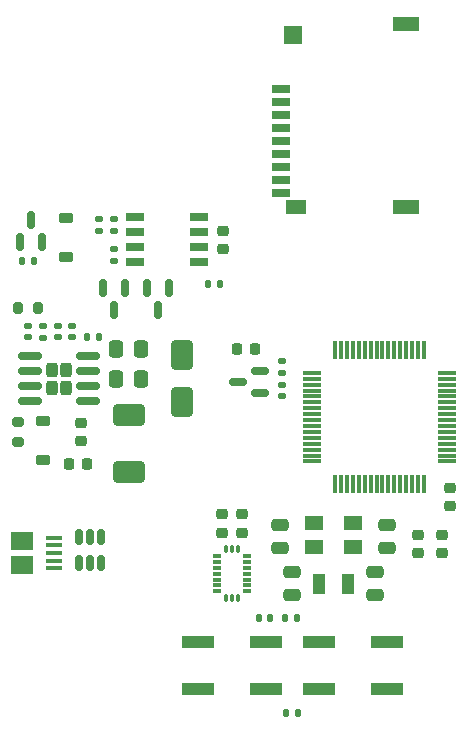
<source format=gbr>
%TF.GenerationSoftware,KiCad,Pcbnew,7.0.2*%
%TF.CreationDate,2023-04-27T13:29:06+10:00*%
%TF.ProjectId,neptune,6e657074-756e-4652-9e6b-696361645f70,rev?*%
%TF.SameCoordinates,Original*%
%TF.FileFunction,Paste,Top*%
%TF.FilePolarity,Positive*%
%FSLAX46Y46*%
G04 Gerber Fmt 4.6, Leading zero omitted, Abs format (unit mm)*
G04 Created by KiCad (PCBNEW 7.0.2) date 2023-04-27 13:29:06*
%MOMM*%
%LPD*%
G01*
G04 APERTURE LIST*
G04 Aperture macros list*
%AMRoundRect*
0 Rectangle with rounded corners*
0 $1 Rounding radius*
0 $2 $3 $4 $5 $6 $7 $8 $9 X,Y pos of 4 corners*
0 Add a 4 corners polygon primitive as box body*
4,1,4,$2,$3,$4,$5,$6,$7,$8,$9,$2,$3,0*
0 Add four circle primitives for the rounded corners*
1,1,$1+$1,$2,$3*
1,1,$1+$1,$4,$5*
1,1,$1+$1,$6,$7*
1,1,$1+$1,$8,$9*
0 Add four rect primitives between the rounded corners*
20,1,$1+$1,$2,$3,$4,$5,0*
20,1,$1+$1,$4,$5,$6,$7,0*
20,1,$1+$1,$6,$7,$8,$9,0*
20,1,$1+$1,$8,$9,$2,$3,0*%
G04 Aperture macros list end*
%ADD10R,1.600000X1.300000*%
%ADD11RoundRect,0.135000X-0.185000X0.135000X-0.185000X-0.135000X0.185000X-0.135000X0.185000X0.135000X0*%
%ADD12RoundRect,0.250000X-0.475000X0.250000X-0.475000X-0.250000X0.475000X-0.250000X0.475000X0.250000X0*%
%ADD13RoundRect,0.140000X-0.170000X0.140000X-0.170000X-0.140000X0.170000X-0.140000X0.170000X0.140000X0*%
%ADD14RoundRect,0.150000X-0.150000X0.587500X-0.150000X-0.587500X0.150000X-0.587500X0.150000X0.587500X0*%
%ADD15RoundRect,0.135000X-0.135000X-0.185000X0.135000X-0.185000X0.135000X0.185000X-0.135000X0.185000X0*%
%ADD16RoundRect,0.200000X0.200000X0.275000X-0.200000X0.275000X-0.200000X-0.275000X0.200000X-0.275000X0*%
%ADD17RoundRect,0.140000X0.170000X-0.140000X0.170000X0.140000X-0.170000X0.140000X-0.170000X-0.140000X0*%
%ADD18RoundRect,0.225000X-0.225000X-0.250000X0.225000X-0.250000X0.225000X0.250000X-0.225000X0.250000X0*%
%ADD19RoundRect,0.140000X0.140000X0.170000X-0.140000X0.170000X-0.140000X-0.170000X0.140000X-0.170000X0*%
%ADD20RoundRect,0.225000X-0.250000X0.225000X-0.250000X-0.225000X0.250000X-0.225000X0.250000X0.225000X0*%
%ADD21RoundRect,0.225000X-0.375000X0.225000X-0.375000X-0.225000X0.375000X-0.225000X0.375000X0.225000X0*%
%ADD22RoundRect,0.135000X0.185000X-0.135000X0.185000X0.135000X-0.185000X0.135000X-0.185000X-0.135000X0*%
%ADD23R,1.600000X0.700000*%
%ADD24R,1.500000X1.600000*%
%ADD25R,2.200000X1.200000*%
%ADD26R,1.800000X1.200000*%
%ADD27RoundRect,0.150000X0.587500X0.150000X-0.587500X0.150000X-0.587500X-0.150000X0.587500X-0.150000X0*%
%ADD28RoundRect,0.476250X-0.918750X0.476250X-0.918750X-0.476250X0.918750X-0.476250X0.918750X0.476250X0*%
%ADD29RoundRect,0.150000X0.150000X-0.587500X0.150000X0.587500X-0.150000X0.587500X-0.150000X-0.587500X0*%
%ADD30RoundRect,0.240000X0.240000X0.385000X-0.240000X0.385000X-0.240000X-0.385000X0.240000X-0.385000X0*%
%ADD31RoundRect,0.150000X0.825000X0.150000X-0.825000X0.150000X-0.825000X-0.150000X0.825000X-0.150000X0*%
%ADD32RoundRect,0.225000X0.250000X-0.225000X0.250000X0.225000X-0.250000X0.225000X-0.250000X-0.225000X0*%
%ADD33RoundRect,0.200000X-0.275000X0.200000X-0.275000X-0.200000X0.275000X-0.200000X0.275000X0.200000X0*%
%ADD34R,1.350000X0.400000*%
%ADD35R,1.900000X1.500000*%
%ADD36RoundRect,0.250000X-0.337500X-0.475000X0.337500X-0.475000X0.337500X0.475000X-0.337500X0.475000X0*%
%ADD37RoundRect,0.150000X0.150000X-0.512500X0.150000X0.512500X-0.150000X0.512500X-0.150000X-0.512500X0*%
%ADD38RoundRect,0.075000X-0.700000X-0.075000X0.700000X-0.075000X0.700000X0.075000X-0.700000X0.075000X0*%
%ADD39RoundRect,0.075000X-0.075000X-0.700000X0.075000X-0.700000X0.075000X0.700000X-0.075000X0.700000X0*%
%ADD40R,2.800000X1.000000*%
%ADD41RoundRect,0.250000X0.650000X-1.000000X0.650000X1.000000X-0.650000X1.000000X-0.650000X-1.000000X0*%
%ADD42R,1.525000X0.700000*%
%ADD43R,1.000000X1.800000*%
%ADD44RoundRect,0.005000X-0.332500X-0.120000X0.332500X-0.120000X0.332500X0.120000X-0.332500X0.120000X0*%
%ADD45RoundRect,0.005000X0.120000X-0.270000X0.120000X0.270000X-0.120000X0.270000X-0.120000X-0.270000X0*%
G04 APERTURE END LIST*
D10*
%TO.C,Y2*%
X117200000Y-110000000D03*
X120500000Y-110000000D03*
X120500000Y-108000000D03*
X117200000Y-108000000D03*
%TD*%
D11*
%TO.C,R4*%
X100250000Y-82240000D03*
X100250000Y-83260000D03*
%TD*%
D12*
%TO.C,C3*%
X123350000Y-108150000D03*
X123350000Y-110050000D03*
%TD*%
D13*
%TO.C,C16*%
X114475000Y-96270000D03*
X114475000Y-97230000D03*
%TD*%
D14*
%TO.C,U1*%
X104950000Y-88062500D03*
X103050000Y-88062500D03*
X104000000Y-89937500D03*
%TD*%
D15*
%TO.C,R10*%
X114840000Y-124025000D03*
X115860000Y-124025000D03*
%TD*%
D16*
%TO.C,R9*%
X93825000Y-89750000D03*
X92175000Y-89750000D03*
%TD*%
D17*
%TO.C,C15*%
X96750000Y-92230000D03*
X96750000Y-91270000D03*
%TD*%
D12*
%TO.C,C21*%
X114350000Y-108150000D03*
X114350000Y-110050000D03*
%TD*%
D18*
%TO.C,C19*%
X96475000Y-103000000D03*
X98025000Y-103000000D03*
%TD*%
D15*
%TO.C,R11*%
X114740000Y-116000000D03*
X115760000Y-116000000D03*
%TD*%
D19*
%TO.C,C20*%
X113480000Y-116000000D03*
X112520000Y-116000000D03*
%TD*%
D20*
%TO.C,C7*%
X109500000Y-83225000D03*
X109500000Y-84775000D03*
%TD*%
D21*
%TO.C,D3*%
X94250000Y-99350000D03*
X94250000Y-102650000D03*
%TD*%
D22*
%TO.C,R7*%
X94250000Y-92260000D03*
X94250000Y-91240000D03*
%TD*%
D23*
%TO.C,J1*%
X114400000Y-71225000D03*
X114400000Y-72325000D03*
X114400000Y-73425000D03*
X114400000Y-74525000D03*
X114400000Y-75625000D03*
X114400000Y-76725000D03*
X114400000Y-77825000D03*
X114400000Y-78925000D03*
X114400000Y-80025000D03*
D24*
X115450000Y-66625000D03*
D25*
X125000000Y-65725000D03*
X125000000Y-81225000D03*
D26*
X115700000Y-81225000D03*
%TD*%
D20*
%TO.C,C4*%
X128010000Y-108975000D03*
X128010000Y-110525000D03*
%TD*%
D27*
%TO.C,U4*%
X112662500Y-96950000D03*
X112662500Y-95050000D03*
X110787500Y-96000000D03*
%TD*%
D28*
%TO.C,L1*%
X101500000Y-98824500D03*
X101500000Y-103675500D03*
%TD*%
D22*
%TO.C,R3*%
X99000000Y-83260000D03*
X99000000Y-82240000D03*
%TD*%
D18*
%TO.C,C6*%
X110700000Y-93250000D03*
X112250000Y-93250000D03*
%TD*%
D29*
%TO.C,Q1*%
X92300000Y-84187500D03*
X94200000Y-84187500D03*
X93250000Y-82312500D03*
%TD*%
D30*
%TO.C,U3*%
X96170000Y-96500000D03*
X96170000Y-95000000D03*
X95030000Y-96500000D03*
X95030000Y-95000000D03*
D31*
X98075000Y-97655000D03*
X98075000Y-96385000D03*
X98075000Y-95115000D03*
X98075000Y-93845000D03*
X93125000Y-93845000D03*
X93125000Y-95115000D03*
X93125000Y-96385000D03*
X93125000Y-97655000D03*
%TD*%
D32*
%TO.C,C8*%
X97500000Y-101025000D03*
X97500000Y-99475000D03*
%TD*%
D13*
%TO.C,C18*%
X95500000Y-91270000D03*
X95500000Y-92230000D03*
%TD*%
D12*
%TO.C,C1*%
X122350000Y-112150000D03*
X122350000Y-114050000D03*
%TD*%
D11*
%TO.C,R1*%
X100250000Y-84740000D03*
X100250000Y-85760000D03*
%TD*%
D13*
%TO.C,C13*%
X114475000Y-94270000D03*
X114475000Y-95230000D03*
%TD*%
D33*
%TO.C,R8*%
X92150000Y-99425000D03*
X92150000Y-101075000D03*
%TD*%
D20*
%TO.C,C26*%
X128750000Y-104975000D03*
X128750000Y-106525000D03*
%TD*%
D15*
%TO.C,R5*%
X108240000Y-87750000D03*
X109260000Y-87750000D03*
%TD*%
D34*
%TO.C,J4*%
X95212500Y-109200000D03*
X95212500Y-109850000D03*
X95212500Y-110500000D03*
X95212500Y-111150000D03*
X95212500Y-111800000D03*
D35*
X92512500Y-109500000D03*
X92512500Y-111500000D03*
%TD*%
D36*
%TO.C,C14*%
X100462500Y-93250000D03*
X102537500Y-93250000D03*
%TD*%
D37*
%TO.C,U6*%
X97300000Y-111387500D03*
X98250000Y-111387500D03*
X99200000Y-111387500D03*
X99200000Y-109112500D03*
X98250000Y-109112500D03*
X97300000Y-109112500D03*
%TD*%
D38*
%TO.C,U7*%
X117075000Y-95250000D03*
X117075000Y-95750000D03*
X117075000Y-96250000D03*
X117075000Y-96750000D03*
X117075000Y-97250000D03*
X117075000Y-97750000D03*
X117075000Y-98250000D03*
X117075000Y-98750000D03*
X117075000Y-99250000D03*
X117075000Y-99750000D03*
X117075000Y-100250000D03*
X117075000Y-100750000D03*
X117075000Y-101250000D03*
X117075000Y-101750000D03*
X117075000Y-102250000D03*
X117075000Y-102750000D03*
D39*
X119000000Y-104675000D03*
X119500000Y-104675000D03*
X120000000Y-104675000D03*
X120500000Y-104675000D03*
X121000000Y-104675000D03*
X121500000Y-104675000D03*
X122000000Y-104675000D03*
X122500000Y-104675000D03*
X123000000Y-104675000D03*
X123500000Y-104675000D03*
X124000000Y-104675000D03*
X124500000Y-104675000D03*
X125000000Y-104675000D03*
X125500000Y-104675000D03*
X126000000Y-104675000D03*
X126500000Y-104675000D03*
D38*
X128425000Y-102750000D03*
X128425000Y-102250000D03*
X128425000Y-101750000D03*
X128425000Y-101250000D03*
X128425000Y-100750000D03*
X128425000Y-100250000D03*
X128425000Y-99750000D03*
X128425000Y-99250000D03*
X128425000Y-98750000D03*
X128425000Y-98250000D03*
X128425000Y-97750000D03*
X128425000Y-97250000D03*
X128425000Y-96750000D03*
X128425000Y-96250000D03*
X128425000Y-95750000D03*
X128425000Y-95250000D03*
D39*
X126500000Y-93325000D03*
X126000000Y-93325000D03*
X125500000Y-93325000D03*
X125000000Y-93325000D03*
X124500000Y-93325000D03*
X124000000Y-93325000D03*
X123500000Y-93325000D03*
X123000000Y-93325000D03*
X122500000Y-93325000D03*
X122000000Y-93325000D03*
X121500000Y-93325000D03*
X121000000Y-93325000D03*
X120500000Y-93325000D03*
X120000000Y-93325000D03*
X119500000Y-93325000D03*
X119000000Y-93325000D03*
%TD*%
D12*
%TO.C,C2*%
X115350000Y-112150000D03*
X115350000Y-114050000D03*
%TD*%
D36*
%TO.C,C12*%
X100462500Y-95750000D03*
X102537500Y-95750000D03*
%TD*%
D17*
%TO.C,C17*%
X93000000Y-92230000D03*
X93000000Y-91270000D03*
%TD*%
D40*
%TO.C,SW1*%
X123400000Y-122000000D03*
X117600000Y-122000000D03*
X123400000Y-118000000D03*
X117600000Y-118000000D03*
%TD*%
D20*
%TO.C,C5*%
X126000000Y-108975000D03*
X126000000Y-110525000D03*
%TD*%
D32*
%TO.C,C24*%
X109375000Y-108787249D03*
X109375000Y-107237249D03*
%TD*%
D21*
%TO.C,D1*%
X96250000Y-82100000D03*
X96250000Y-85400000D03*
%TD*%
D40*
%TO.C,SW2*%
X113150000Y-122000000D03*
X107350000Y-122000000D03*
X113150000Y-118000000D03*
X107350000Y-118000000D03*
%TD*%
D32*
%TO.C,C25*%
X111125000Y-108787249D03*
X111125000Y-107237249D03*
%TD*%
D41*
%TO.C,D2*%
X106000000Y-97750000D03*
X106000000Y-93750000D03*
%TD*%
D42*
%TO.C,U2*%
X102038000Y-82095000D03*
X102038000Y-83365000D03*
X102038000Y-84635000D03*
X102038000Y-85905000D03*
X107462000Y-85905000D03*
X107462000Y-84635000D03*
X107462000Y-83365000D03*
X107462000Y-82095000D03*
%TD*%
D43*
%TO.C,Y1*%
X120100000Y-113100000D03*
X117600000Y-113100000D03*
%TD*%
D44*
%TO.C,U8*%
X111512500Y-110750000D03*
X111512500Y-111250000D03*
X111512500Y-111750000D03*
X111512500Y-112250000D03*
X111512500Y-112750000D03*
X111512500Y-113250000D03*
X111512500Y-113750000D03*
D45*
X110750000Y-114300000D03*
X110250000Y-114300000D03*
X109750000Y-114300000D03*
D44*
X108987500Y-113750000D03*
X108987500Y-113250000D03*
X108987500Y-112750000D03*
X108987500Y-112250000D03*
X108987500Y-111750000D03*
X108987500Y-111250000D03*
X108987500Y-110750000D03*
D45*
X109750000Y-110200000D03*
X110250000Y-110200000D03*
X110750000Y-110200000D03*
%TD*%
D15*
%TO.C,R6*%
X97990000Y-92250000D03*
X99010000Y-92250000D03*
%TD*%
%TO.C,R2*%
X92490000Y-85750000D03*
X93510000Y-85750000D03*
%TD*%
D14*
%TO.C,Q2*%
X101200000Y-88062500D03*
X99300000Y-88062500D03*
X100250000Y-89937500D03*
%TD*%
M02*

</source>
